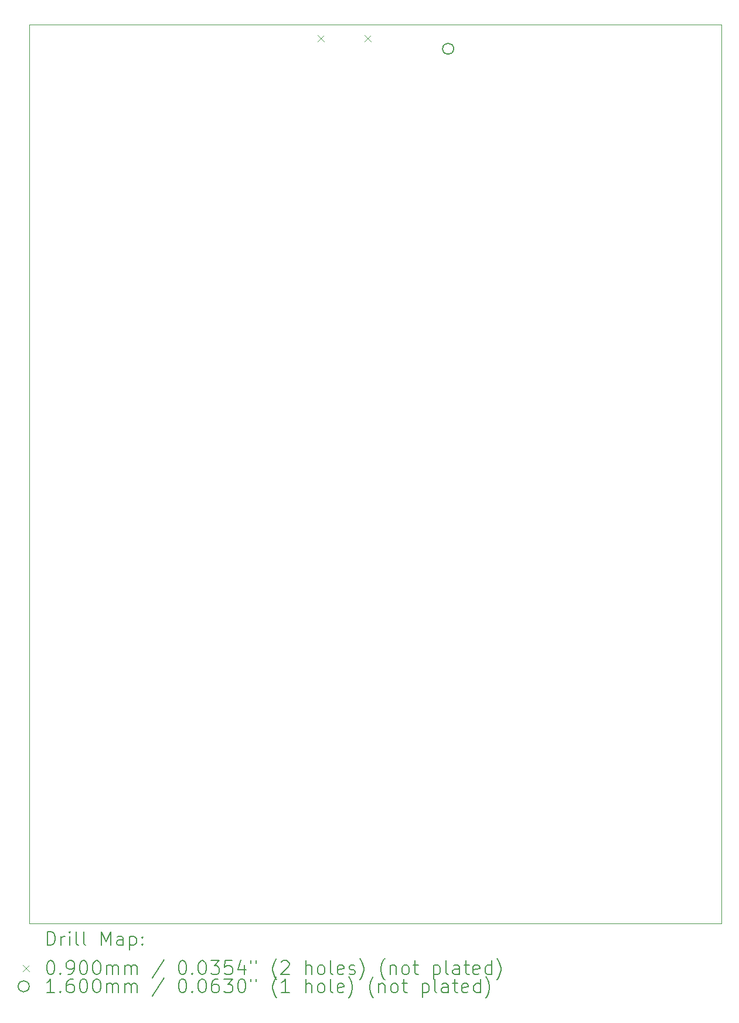
<source format=gbr>
%TF.GenerationSoftware,KiCad,Pcbnew,8.0.2*%
%TF.CreationDate,2024-05-15T00:29:23-07:00*%
%TF.ProjectId,Flying_Fader,466c7969-6e67-45f4-9661-6465722e6b69,1*%
%TF.SameCoordinates,Original*%
%TF.FileFunction,Drillmap*%
%TF.FilePolarity,Positive*%
%FSLAX45Y45*%
G04 Gerber Fmt 4.5, Leading zero omitted, Abs format (unit mm)*
G04 Created by KiCad (PCBNEW 8.0.2) date 2024-05-15 00:29:23*
%MOMM*%
%LPD*%
G01*
G04 APERTURE LIST*
%ADD10C,0.038100*%
%ADD11C,0.200000*%
%ADD12C,0.100000*%
%ADD13C,0.160000*%
G04 APERTURE END LIST*
D10*
X4000000Y-3550000D02*
X14000000Y-3550000D01*
X14000000Y-16550000D01*
X4000000Y-16550000D01*
X4000000Y-3550000D01*
D11*
D12*
X8165000Y-3705000D02*
X8255000Y-3795000D01*
X8255000Y-3705000D02*
X8165000Y-3795000D01*
X8845000Y-3705000D02*
X8935000Y-3795000D01*
X8935000Y-3705000D02*
X8845000Y-3795000D01*
D13*
X10130000Y-3900000D02*
G75*
G02*
X9970000Y-3900000I-80000J0D01*
G01*
X9970000Y-3900000D02*
G75*
G02*
X10130000Y-3900000I80000J0D01*
G01*
D11*
X4258872Y-16863389D02*
X4258872Y-16663389D01*
X4258872Y-16663389D02*
X4306491Y-16663389D01*
X4306491Y-16663389D02*
X4335062Y-16672913D01*
X4335062Y-16672913D02*
X4354110Y-16691960D01*
X4354110Y-16691960D02*
X4363634Y-16711008D01*
X4363634Y-16711008D02*
X4373158Y-16749103D01*
X4373158Y-16749103D02*
X4373158Y-16777675D01*
X4373158Y-16777675D02*
X4363634Y-16815770D01*
X4363634Y-16815770D02*
X4354110Y-16834817D01*
X4354110Y-16834817D02*
X4335062Y-16853865D01*
X4335062Y-16853865D02*
X4306491Y-16863389D01*
X4306491Y-16863389D02*
X4258872Y-16863389D01*
X4458872Y-16863389D02*
X4458872Y-16730055D01*
X4458872Y-16768151D02*
X4468396Y-16749103D01*
X4468396Y-16749103D02*
X4477919Y-16739579D01*
X4477919Y-16739579D02*
X4496967Y-16730055D01*
X4496967Y-16730055D02*
X4516015Y-16730055D01*
X4582681Y-16863389D02*
X4582681Y-16730055D01*
X4582681Y-16663389D02*
X4573158Y-16672913D01*
X4573158Y-16672913D02*
X4582681Y-16682436D01*
X4582681Y-16682436D02*
X4592205Y-16672913D01*
X4592205Y-16672913D02*
X4582681Y-16663389D01*
X4582681Y-16663389D02*
X4582681Y-16682436D01*
X4706491Y-16863389D02*
X4687443Y-16853865D01*
X4687443Y-16853865D02*
X4677919Y-16834817D01*
X4677919Y-16834817D02*
X4677919Y-16663389D01*
X4811253Y-16863389D02*
X4792205Y-16853865D01*
X4792205Y-16853865D02*
X4782681Y-16834817D01*
X4782681Y-16834817D02*
X4782681Y-16663389D01*
X5039824Y-16863389D02*
X5039824Y-16663389D01*
X5039824Y-16663389D02*
X5106491Y-16806246D01*
X5106491Y-16806246D02*
X5173158Y-16663389D01*
X5173158Y-16663389D02*
X5173158Y-16863389D01*
X5354110Y-16863389D02*
X5354110Y-16758627D01*
X5354110Y-16758627D02*
X5344586Y-16739579D01*
X5344586Y-16739579D02*
X5325539Y-16730055D01*
X5325539Y-16730055D02*
X5287443Y-16730055D01*
X5287443Y-16730055D02*
X5268396Y-16739579D01*
X5354110Y-16853865D02*
X5335062Y-16863389D01*
X5335062Y-16863389D02*
X5287443Y-16863389D01*
X5287443Y-16863389D02*
X5268396Y-16853865D01*
X5268396Y-16853865D02*
X5258872Y-16834817D01*
X5258872Y-16834817D02*
X5258872Y-16815770D01*
X5258872Y-16815770D02*
X5268396Y-16796722D01*
X5268396Y-16796722D02*
X5287443Y-16787198D01*
X5287443Y-16787198D02*
X5335062Y-16787198D01*
X5335062Y-16787198D02*
X5354110Y-16777675D01*
X5449348Y-16730055D02*
X5449348Y-16930055D01*
X5449348Y-16739579D02*
X5468396Y-16730055D01*
X5468396Y-16730055D02*
X5506491Y-16730055D01*
X5506491Y-16730055D02*
X5525539Y-16739579D01*
X5525539Y-16739579D02*
X5535062Y-16749103D01*
X5535062Y-16749103D02*
X5544586Y-16768151D01*
X5544586Y-16768151D02*
X5544586Y-16825294D01*
X5544586Y-16825294D02*
X5535062Y-16844341D01*
X5535062Y-16844341D02*
X5525539Y-16853865D01*
X5525539Y-16853865D02*
X5506491Y-16863389D01*
X5506491Y-16863389D02*
X5468396Y-16863389D01*
X5468396Y-16863389D02*
X5449348Y-16853865D01*
X5630300Y-16844341D02*
X5639824Y-16853865D01*
X5639824Y-16853865D02*
X5630300Y-16863389D01*
X5630300Y-16863389D02*
X5620777Y-16853865D01*
X5620777Y-16853865D02*
X5630300Y-16844341D01*
X5630300Y-16844341D02*
X5630300Y-16863389D01*
X5630300Y-16739579D02*
X5639824Y-16749103D01*
X5639824Y-16749103D02*
X5630300Y-16758627D01*
X5630300Y-16758627D02*
X5620777Y-16749103D01*
X5620777Y-16749103D02*
X5630300Y-16739579D01*
X5630300Y-16739579D02*
X5630300Y-16758627D01*
D12*
X3908095Y-17146905D02*
X3998095Y-17236905D01*
X3998095Y-17146905D02*
X3908095Y-17236905D01*
D11*
X4296967Y-17083389D02*
X4316015Y-17083389D01*
X4316015Y-17083389D02*
X4335062Y-17092913D01*
X4335062Y-17092913D02*
X4344586Y-17102436D01*
X4344586Y-17102436D02*
X4354110Y-17121484D01*
X4354110Y-17121484D02*
X4363634Y-17159579D01*
X4363634Y-17159579D02*
X4363634Y-17207198D01*
X4363634Y-17207198D02*
X4354110Y-17245294D01*
X4354110Y-17245294D02*
X4344586Y-17264341D01*
X4344586Y-17264341D02*
X4335062Y-17273865D01*
X4335062Y-17273865D02*
X4316015Y-17283389D01*
X4316015Y-17283389D02*
X4296967Y-17283389D01*
X4296967Y-17283389D02*
X4277919Y-17273865D01*
X4277919Y-17273865D02*
X4268396Y-17264341D01*
X4268396Y-17264341D02*
X4258872Y-17245294D01*
X4258872Y-17245294D02*
X4249348Y-17207198D01*
X4249348Y-17207198D02*
X4249348Y-17159579D01*
X4249348Y-17159579D02*
X4258872Y-17121484D01*
X4258872Y-17121484D02*
X4268396Y-17102436D01*
X4268396Y-17102436D02*
X4277919Y-17092913D01*
X4277919Y-17092913D02*
X4296967Y-17083389D01*
X4449348Y-17264341D02*
X4458872Y-17273865D01*
X4458872Y-17273865D02*
X4449348Y-17283389D01*
X4449348Y-17283389D02*
X4439824Y-17273865D01*
X4439824Y-17273865D02*
X4449348Y-17264341D01*
X4449348Y-17264341D02*
X4449348Y-17283389D01*
X4554110Y-17283389D02*
X4592205Y-17283389D01*
X4592205Y-17283389D02*
X4611253Y-17273865D01*
X4611253Y-17273865D02*
X4620777Y-17264341D01*
X4620777Y-17264341D02*
X4639824Y-17235770D01*
X4639824Y-17235770D02*
X4649348Y-17197675D01*
X4649348Y-17197675D02*
X4649348Y-17121484D01*
X4649348Y-17121484D02*
X4639824Y-17102436D01*
X4639824Y-17102436D02*
X4630300Y-17092913D01*
X4630300Y-17092913D02*
X4611253Y-17083389D01*
X4611253Y-17083389D02*
X4573158Y-17083389D01*
X4573158Y-17083389D02*
X4554110Y-17092913D01*
X4554110Y-17092913D02*
X4544586Y-17102436D01*
X4544586Y-17102436D02*
X4535062Y-17121484D01*
X4535062Y-17121484D02*
X4535062Y-17169103D01*
X4535062Y-17169103D02*
X4544586Y-17188151D01*
X4544586Y-17188151D02*
X4554110Y-17197675D01*
X4554110Y-17197675D02*
X4573158Y-17207198D01*
X4573158Y-17207198D02*
X4611253Y-17207198D01*
X4611253Y-17207198D02*
X4630300Y-17197675D01*
X4630300Y-17197675D02*
X4639824Y-17188151D01*
X4639824Y-17188151D02*
X4649348Y-17169103D01*
X4773158Y-17083389D02*
X4792205Y-17083389D01*
X4792205Y-17083389D02*
X4811253Y-17092913D01*
X4811253Y-17092913D02*
X4820777Y-17102436D01*
X4820777Y-17102436D02*
X4830300Y-17121484D01*
X4830300Y-17121484D02*
X4839824Y-17159579D01*
X4839824Y-17159579D02*
X4839824Y-17207198D01*
X4839824Y-17207198D02*
X4830300Y-17245294D01*
X4830300Y-17245294D02*
X4820777Y-17264341D01*
X4820777Y-17264341D02*
X4811253Y-17273865D01*
X4811253Y-17273865D02*
X4792205Y-17283389D01*
X4792205Y-17283389D02*
X4773158Y-17283389D01*
X4773158Y-17283389D02*
X4754110Y-17273865D01*
X4754110Y-17273865D02*
X4744586Y-17264341D01*
X4744586Y-17264341D02*
X4735062Y-17245294D01*
X4735062Y-17245294D02*
X4725539Y-17207198D01*
X4725539Y-17207198D02*
X4725539Y-17159579D01*
X4725539Y-17159579D02*
X4735062Y-17121484D01*
X4735062Y-17121484D02*
X4744586Y-17102436D01*
X4744586Y-17102436D02*
X4754110Y-17092913D01*
X4754110Y-17092913D02*
X4773158Y-17083389D01*
X4963634Y-17083389D02*
X4982681Y-17083389D01*
X4982681Y-17083389D02*
X5001729Y-17092913D01*
X5001729Y-17092913D02*
X5011253Y-17102436D01*
X5011253Y-17102436D02*
X5020777Y-17121484D01*
X5020777Y-17121484D02*
X5030300Y-17159579D01*
X5030300Y-17159579D02*
X5030300Y-17207198D01*
X5030300Y-17207198D02*
X5020777Y-17245294D01*
X5020777Y-17245294D02*
X5011253Y-17264341D01*
X5011253Y-17264341D02*
X5001729Y-17273865D01*
X5001729Y-17273865D02*
X4982681Y-17283389D01*
X4982681Y-17283389D02*
X4963634Y-17283389D01*
X4963634Y-17283389D02*
X4944586Y-17273865D01*
X4944586Y-17273865D02*
X4935062Y-17264341D01*
X4935062Y-17264341D02*
X4925539Y-17245294D01*
X4925539Y-17245294D02*
X4916015Y-17207198D01*
X4916015Y-17207198D02*
X4916015Y-17159579D01*
X4916015Y-17159579D02*
X4925539Y-17121484D01*
X4925539Y-17121484D02*
X4935062Y-17102436D01*
X4935062Y-17102436D02*
X4944586Y-17092913D01*
X4944586Y-17092913D02*
X4963634Y-17083389D01*
X5116015Y-17283389D02*
X5116015Y-17150055D01*
X5116015Y-17169103D02*
X5125539Y-17159579D01*
X5125539Y-17159579D02*
X5144586Y-17150055D01*
X5144586Y-17150055D02*
X5173158Y-17150055D01*
X5173158Y-17150055D02*
X5192205Y-17159579D01*
X5192205Y-17159579D02*
X5201729Y-17178627D01*
X5201729Y-17178627D02*
X5201729Y-17283389D01*
X5201729Y-17178627D02*
X5211253Y-17159579D01*
X5211253Y-17159579D02*
X5230300Y-17150055D01*
X5230300Y-17150055D02*
X5258872Y-17150055D01*
X5258872Y-17150055D02*
X5277920Y-17159579D01*
X5277920Y-17159579D02*
X5287443Y-17178627D01*
X5287443Y-17178627D02*
X5287443Y-17283389D01*
X5382681Y-17283389D02*
X5382681Y-17150055D01*
X5382681Y-17169103D02*
X5392205Y-17159579D01*
X5392205Y-17159579D02*
X5411253Y-17150055D01*
X5411253Y-17150055D02*
X5439824Y-17150055D01*
X5439824Y-17150055D02*
X5458872Y-17159579D01*
X5458872Y-17159579D02*
X5468396Y-17178627D01*
X5468396Y-17178627D02*
X5468396Y-17283389D01*
X5468396Y-17178627D02*
X5477920Y-17159579D01*
X5477920Y-17159579D02*
X5496967Y-17150055D01*
X5496967Y-17150055D02*
X5525539Y-17150055D01*
X5525539Y-17150055D02*
X5544586Y-17159579D01*
X5544586Y-17159579D02*
X5554110Y-17178627D01*
X5554110Y-17178627D02*
X5554110Y-17283389D01*
X5944586Y-17073865D02*
X5773158Y-17331008D01*
X6201729Y-17083389D02*
X6220777Y-17083389D01*
X6220777Y-17083389D02*
X6239824Y-17092913D01*
X6239824Y-17092913D02*
X6249348Y-17102436D01*
X6249348Y-17102436D02*
X6258872Y-17121484D01*
X6258872Y-17121484D02*
X6268396Y-17159579D01*
X6268396Y-17159579D02*
X6268396Y-17207198D01*
X6268396Y-17207198D02*
X6258872Y-17245294D01*
X6258872Y-17245294D02*
X6249348Y-17264341D01*
X6249348Y-17264341D02*
X6239824Y-17273865D01*
X6239824Y-17273865D02*
X6220777Y-17283389D01*
X6220777Y-17283389D02*
X6201729Y-17283389D01*
X6201729Y-17283389D02*
X6182681Y-17273865D01*
X6182681Y-17273865D02*
X6173158Y-17264341D01*
X6173158Y-17264341D02*
X6163634Y-17245294D01*
X6163634Y-17245294D02*
X6154110Y-17207198D01*
X6154110Y-17207198D02*
X6154110Y-17159579D01*
X6154110Y-17159579D02*
X6163634Y-17121484D01*
X6163634Y-17121484D02*
X6173158Y-17102436D01*
X6173158Y-17102436D02*
X6182681Y-17092913D01*
X6182681Y-17092913D02*
X6201729Y-17083389D01*
X6354110Y-17264341D02*
X6363634Y-17273865D01*
X6363634Y-17273865D02*
X6354110Y-17283389D01*
X6354110Y-17283389D02*
X6344586Y-17273865D01*
X6344586Y-17273865D02*
X6354110Y-17264341D01*
X6354110Y-17264341D02*
X6354110Y-17283389D01*
X6487443Y-17083389D02*
X6506491Y-17083389D01*
X6506491Y-17083389D02*
X6525539Y-17092913D01*
X6525539Y-17092913D02*
X6535062Y-17102436D01*
X6535062Y-17102436D02*
X6544586Y-17121484D01*
X6544586Y-17121484D02*
X6554110Y-17159579D01*
X6554110Y-17159579D02*
X6554110Y-17207198D01*
X6554110Y-17207198D02*
X6544586Y-17245294D01*
X6544586Y-17245294D02*
X6535062Y-17264341D01*
X6535062Y-17264341D02*
X6525539Y-17273865D01*
X6525539Y-17273865D02*
X6506491Y-17283389D01*
X6506491Y-17283389D02*
X6487443Y-17283389D01*
X6487443Y-17283389D02*
X6468396Y-17273865D01*
X6468396Y-17273865D02*
X6458872Y-17264341D01*
X6458872Y-17264341D02*
X6449348Y-17245294D01*
X6449348Y-17245294D02*
X6439824Y-17207198D01*
X6439824Y-17207198D02*
X6439824Y-17159579D01*
X6439824Y-17159579D02*
X6449348Y-17121484D01*
X6449348Y-17121484D02*
X6458872Y-17102436D01*
X6458872Y-17102436D02*
X6468396Y-17092913D01*
X6468396Y-17092913D02*
X6487443Y-17083389D01*
X6620777Y-17083389D02*
X6744586Y-17083389D01*
X6744586Y-17083389D02*
X6677920Y-17159579D01*
X6677920Y-17159579D02*
X6706491Y-17159579D01*
X6706491Y-17159579D02*
X6725539Y-17169103D01*
X6725539Y-17169103D02*
X6735062Y-17178627D01*
X6735062Y-17178627D02*
X6744586Y-17197675D01*
X6744586Y-17197675D02*
X6744586Y-17245294D01*
X6744586Y-17245294D02*
X6735062Y-17264341D01*
X6735062Y-17264341D02*
X6725539Y-17273865D01*
X6725539Y-17273865D02*
X6706491Y-17283389D01*
X6706491Y-17283389D02*
X6649348Y-17283389D01*
X6649348Y-17283389D02*
X6630301Y-17273865D01*
X6630301Y-17273865D02*
X6620777Y-17264341D01*
X6925539Y-17083389D02*
X6830301Y-17083389D01*
X6830301Y-17083389D02*
X6820777Y-17178627D01*
X6820777Y-17178627D02*
X6830301Y-17169103D01*
X6830301Y-17169103D02*
X6849348Y-17159579D01*
X6849348Y-17159579D02*
X6896967Y-17159579D01*
X6896967Y-17159579D02*
X6916015Y-17169103D01*
X6916015Y-17169103D02*
X6925539Y-17178627D01*
X6925539Y-17178627D02*
X6935062Y-17197675D01*
X6935062Y-17197675D02*
X6935062Y-17245294D01*
X6935062Y-17245294D02*
X6925539Y-17264341D01*
X6925539Y-17264341D02*
X6916015Y-17273865D01*
X6916015Y-17273865D02*
X6896967Y-17283389D01*
X6896967Y-17283389D02*
X6849348Y-17283389D01*
X6849348Y-17283389D02*
X6830301Y-17273865D01*
X6830301Y-17273865D02*
X6820777Y-17264341D01*
X7106491Y-17150055D02*
X7106491Y-17283389D01*
X7058872Y-17073865D02*
X7011253Y-17216722D01*
X7011253Y-17216722D02*
X7135062Y-17216722D01*
X7201729Y-17083389D02*
X7201729Y-17121484D01*
X7277920Y-17083389D02*
X7277920Y-17121484D01*
X7573158Y-17359579D02*
X7563634Y-17350055D01*
X7563634Y-17350055D02*
X7544586Y-17321484D01*
X7544586Y-17321484D02*
X7535063Y-17302436D01*
X7535063Y-17302436D02*
X7525539Y-17273865D01*
X7525539Y-17273865D02*
X7516015Y-17226246D01*
X7516015Y-17226246D02*
X7516015Y-17188151D01*
X7516015Y-17188151D02*
X7525539Y-17140532D01*
X7525539Y-17140532D02*
X7535063Y-17111960D01*
X7535063Y-17111960D02*
X7544586Y-17092913D01*
X7544586Y-17092913D02*
X7563634Y-17064341D01*
X7563634Y-17064341D02*
X7573158Y-17054817D01*
X7639824Y-17102436D02*
X7649348Y-17092913D01*
X7649348Y-17092913D02*
X7668396Y-17083389D01*
X7668396Y-17083389D02*
X7716015Y-17083389D01*
X7716015Y-17083389D02*
X7735063Y-17092913D01*
X7735063Y-17092913D02*
X7744586Y-17102436D01*
X7744586Y-17102436D02*
X7754110Y-17121484D01*
X7754110Y-17121484D02*
X7754110Y-17140532D01*
X7754110Y-17140532D02*
X7744586Y-17169103D01*
X7744586Y-17169103D02*
X7630301Y-17283389D01*
X7630301Y-17283389D02*
X7754110Y-17283389D01*
X7992205Y-17283389D02*
X7992205Y-17083389D01*
X8077920Y-17283389D02*
X8077920Y-17178627D01*
X8077920Y-17178627D02*
X8068396Y-17159579D01*
X8068396Y-17159579D02*
X8049348Y-17150055D01*
X8049348Y-17150055D02*
X8020777Y-17150055D01*
X8020777Y-17150055D02*
X8001729Y-17159579D01*
X8001729Y-17159579D02*
X7992205Y-17169103D01*
X8201729Y-17283389D02*
X8182682Y-17273865D01*
X8182682Y-17273865D02*
X8173158Y-17264341D01*
X8173158Y-17264341D02*
X8163634Y-17245294D01*
X8163634Y-17245294D02*
X8163634Y-17188151D01*
X8163634Y-17188151D02*
X8173158Y-17169103D01*
X8173158Y-17169103D02*
X8182682Y-17159579D01*
X8182682Y-17159579D02*
X8201729Y-17150055D01*
X8201729Y-17150055D02*
X8230301Y-17150055D01*
X8230301Y-17150055D02*
X8249348Y-17159579D01*
X8249348Y-17159579D02*
X8258872Y-17169103D01*
X8258872Y-17169103D02*
X8268396Y-17188151D01*
X8268396Y-17188151D02*
X8268396Y-17245294D01*
X8268396Y-17245294D02*
X8258872Y-17264341D01*
X8258872Y-17264341D02*
X8249348Y-17273865D01*
X8249348Y-17273865D02*
X8230301Y-17283389D01*
X8230301Y-17283389D02*
X8201729Y-17283389D01*
X8382682Y-17283389D02*
X8363634Y-17273865D01*
X8363634Y-17273865D02*
X8354110Y-17254817D01*
X8354110Y-17254817D02*
X8354110Y-17083389D01*
X8535063Y-17273865D02*
X8516015Y-17283389D01*
X8516015Y-17283389D02*
X8477920Y-17283389D01*
X8477920Y-17283389D02*
X8458872Y-17273865D01*
X8458872Y-17273865D02*
X8449348Y-17254817D01*
X8449348Y-17254817D02*
X8449348Y-17178627D01*
X8449348Y-17178627D02*
X8458872Y-17159579D01*
X8458872Y-17159579D02*
X8477920Y-17150055D01*
X8477920Y-17150055D02*
X8516015Y-17150055D01*
X8516015Y-17150055D02*
X8535063Y-17159579D01*
X8535063Y-17159579D02*
X8544587Y-17178627D01*
X8544587Y-17178627D02*
X8544587Y-17197675D01*
X8544587Y-17197675D02*
X8449348Y-17216722D01*
X8620777Y-17273865D02*
X8639825Y-17283389D01*
X8639825Y-17283389D02*
X8677920Y-17283389D01*
X8677920Y-17283389D02*
X8696968Y-17273865D01*
X8696968Y-17273865D02*
X8706491Y-17254817D01*
X8706491Y-17254817D02*
X8706491Y-17245294D01*
X8706491Y-17245294D02*
X8696968Y-17226246D01*
X8696968Y-17226246D02*
X8677920Y-17216722D01*
X8677920Y-17216722D02*
X8649348Y-17216722D01*
X8649348Y-17216722D02*
X8630301Y-17207198D01*
X8630301Y-17207198D02*
X8620777Y-17188151D01*
X8620777Y-17188151D02*
X8620777Y-17178627D01*
X8620777Y-17178627D02*
X8630301Y-17159579D01*
X8630301Y-17159579D02*
X8649348Y-17150055D01*
X8649348Y-17150055D02*
X8677920Y-17150055D01*
X8677920Y-17150055D02*
X8696968Y-17159579D01*
X8773158Y-17359579D02*
X8782682Y-17350055D01*
X8782682Y-17350055D02*
X8801729Y-17321484D01*
X8801729Y-17321484D02*
X8811253Y-17302436D01*
X8811253Y-17302436D02*
X8820777Y-17273865D01*
X8820777Y-17273865D02*
X8830301Y-17226246D01*
X8830301Y-17226246D02*
X8830301Y-17188151D01*
X8830301Y-17188151D02*
X8820777Y-17140532D01*
X8820777Y-17140532D02*
X8811253Y-17111960D01*
X8811253Y-17111960D02*
X8801729Y-17092913D01*
X8801729Y-17092913D02*
X8782682Y-17064341D01*
X8782682Y-17064341D02*
X8773158Y-17054817D01*
X9135063Y-17359579D02*
X9125539Y-17350055D01*
X9125539Y-17350055D02*
X9106491Y-17321484D01*
X9106491Y-17321484D02*
X9096968Y-17302436D01*
X9096968Y-17302436D02*
X9087444Y-17273865D01*
X9087444Y-17273865D02*
X9077920Y-17226246D01*
X9077920Y-17226246D02*
X9077920Y-17188151D01*
X9077920Y-17188151D02*
X9087444Y-17140532D01*
X9087444Y-17140532D02*
X9096968Y-17111960D01*
X9096968Y-17111960D02*
X9106491Y-17092913D01*
X9106491Y-17092913D02*
X9125539Y-17064341D01*
X9125539Y-17064341D02*
X9135063Y-17054817D01*
X9211253Y-17150055D02*
X9211253Y-17283389D01*
X9211253Y-17169103D02*
X9220777Y-17159579D01*
X9220777Y-17159579D02*
X9239825Y-17150055D01*
X9239825Y-17150055D02*
X9268396Y-17150055D01*
X9268396Y-17150055D02*
X9287444Y-17159579D01*
X9287444Y-17159579D02*
X9296968Y-17178627D01*
X9296968Y-17178627D02*
X9296968Y-17283389D01*
X9420777Y-17283389D02*
X9401729Y-17273865D01*
X9401729Y-17273865D02*
X9392206Y-17264341D01*
X9392206Y-17264341D02*
X9382682Y-17245294D01*
X9382682Y-17245294D02*
X9382682Y-17188151D01*
X9382682Y-17188151D02*
X9392206Y-17169103D01*
X9392206Y-17169103D02*
X9401729Y-17159579D01*
X9401729Y-17159579D02*
X9420777Y-17150055D01*
X9420777Y-17150055D02*
X9449349Y-17150055D01*
X9449349Y-17150055D02*
X9468396Y-17159579D01*
X9468396Y-17159579D02*
X9477920Y-17169103D01*
X9477920Y-17169103D02*
X9487444Y-17188151D01*
X9487444Y-17188151D02*
X9487444Y-17245294D01*
X9487444Y-17245294D02*
X9477920Y-17264341D01*
X9477920Y-17264341D02*
X9468396Y-17273865D01*
X9468396Y-17273865D02*
X9449349Y-17283389D01*
X9449349Y-17283389D02*
X9420777Y-17283389D01*
X9544587Y-17150055D02*
X9620777Y-17150055D01*
X9573158Y-17083389D02*
X9573158Y-17254817D01*
X9573158Y-17254817D02*
X9582682Y-17273865D01*
X9582682Y-17273865D02*
X9601729Y-17283389D01*
X9601729Y-17283389D02*
X9620777Y-17283389D01*
X9839825Y-17150055D02*
X9839825Y-17350055D01*
X9839825Y-17159579D02*
X9858872Y-17150055D01*
X9858872Y-17150055D02*
X9896968Y-17150055D01*
X9896968Y-17150055D02*
X9916015Y-17159579D01*
X9916015Y-17159579D02*
X9925539Y-17169103D01*
X9925539Y-17169103D02*
X9935063Y-17188151D01*
X9935063Y-17188151D02*
X9935063Y-17245294D01*
X9935063Y-17245294D02*
X9925539Y-17264341D01*
X9925539Y-17264341D02*
X9916015Y-17273865D01*
X9916015Y-17273865D02*
X9896968Y-17283389D01*
X9896968Y-17283389D02*
X9858872Y-17283389D01*
X9858872Y-17283389D02*
X9839825Y-17273865D01*
X10049349Y-17283389D02*
X10030301Y-17273865D01*
X10030301Y-17273865D02*
X10020777Y-17254817D01*
X10020777Y-17254817D02*
X10020777Y-17083389D01*
X10211253Y-17283389D02*
X10211253Y-17178627D01*
X10211253Y-17178627D02*
X10201730Y-17159579D01*
X10201730Y-17159579D02*
X10182682Y-17150055D01*
X10182682Y-17150055D02*
X10144587Y-17150055D01*
X10144587Y-17150055D02*
X10125539Y-17159579D01*
X10211253Y-17273865D02*
X10192206Y-17283389D01*
X10192206Y-17283389D02*
X10144587Y-17283389D01*
X10144587Y-17283389D02*
X10125539Y-17273865D01*
X10125539Y-17273865D02*
X10116015Y-17254817D01*
X10116015Y-17254817D02*
X10116015Y-17235770D01*
X10116015Y-17235770D02*
X10125539Y-17216722D01*
X10125539Y-17216722D02*
X10144587Y-17207198D01*
X10144587Y-17207198D02*
X10192206Y-17207198D01*
X10192206Y-17207198D02*
X10211253Y-17197675D01*
X10277920Y-17150055D02*
X10354110Y-17150055D01*
X10306491Y-17083389D02*
X10306491Y-17254817D01*
X10306491Y-17254817D02*
X10316015Y-17273865D01*
X10316015Y-17273865D02*
X10335063Y-17283389D01*
X10335063Y-17283389D02*
X10354110Y-17283389D01*
X10496968Y-17273865D02*
X10477920Y-17283389D01*
X10477920Y-17283389D02*
X10439825Y-17283389D01*
X10439825Y-17283389D02*
X10420777Y-17273865D01*
X10420777Y-17273865D02*
X10411253Y-17254817D01*
X10411253Y-17254817D02*
X10411253Y-17178627D01*
X10411253Y-17178627D02*
X10420777Y-17159579D01*
X10420777Y-17159579D02*
X10439825Y-17150055D01*
X10439825Y-17150055D02*
X10477920Y-17150055D01*
X10477920Y-17150055D02*
X10496968Y-17159579D01*
X10496968Y-17159579D02*
X10506491Y-17178627D01*
X10506491Y-17178627D02*
X10506491Y-17197675D01*
X10506491Y-17197675D02*
X10411253Y-17216722D01*
X10677920Y-17283389D02*
X10677920Y-17083389D01*
X10677920Y-17273865D02*
X10658872Y-17283389D01*
X10658872Y-17283389D02*
X10620777Y-17283389D01*
X10620777Y-17283389D02*
X10601730Y-17273865D01*
X10601730Y-17273865D02*
X10592206Y-17264341D01*
X10592206Y-17264341D02*
X10582682Y-17245294D01*
X10582682Y-17245294D02*
X10582682Y-17188151D01*
X10582682Y-17188151D02*
X10592206Y-17169103D01*
X10592206Y-17169103D02*
X10601730Y-17159579D01*
X10601730Y-17159579D02*
X10620777Y-17150055D01*
X10620777Y-17150055D02*
X10658872Y-17150055D01*
X10658872Y-17150055D02*
X10677920Y-17159579D01*
X10754111Y-17359579D02*
X10763634Y-17350055D01*
X10763634Y-17350055D02*
X10782682Y-17321484D01*
X10782682Y-17321484D02*
X10792206Y-17302436D01*
X10792206Y-17302436D02*
X10801730Y-17273865D01*
X10801730Y-17273865D02*
X10811253Y-17226246D01*
X10811253Y-17226246D02*
X10811253Y-17188151D01*
X10811253Y-17188151D02*
X10801730Y-17140532D01*
X10801730Y-17140532D02*
X10792206Y-17111960D01*
X10792206Y-17111960D02*
X10782682Y-17092913D01*
X10782682Y-17092913D02*
X10763634Y-17064341D01*
X10763634Y-17064341D02*
X10754111Y-17054817D01*
D13*
X3998095Y-17455905D02*
G75*
G02*
X3838095Y-17455905I-80000J0D01*
G01*
X3838095Y-17455905D02*
G75*
G02*
X3998095Y-17455905I80000J0D01*
G01*
D11*
X4363634Y-17547389D02*
X4249348Y-17547389D01*
X4306491Y-17547389D02*
X4306491Y-17347389D01*
X4306491Y-17347389D02*
X4287443Y-17375960D01*
X4287443Y-17375960D02*
X4268396Y-17395008D01*
X4268396Y-17395008D02*
X4249348Y-17404532D01*
X4449348Y-17528341D02*
X4458872Y-17537865D01*
X4458872Y-17537865D02*
X4449348Y-17547389D01*
X4449348Y-17547389D02*
X4439824Y-17537865D01*
X4439824Y-17537865D02*
X4449348Y-17528341D01*
X4449348Y-17528341D02*
X4449348Y-17547389D01*
X4630300Y-17347389D02*
X4592205Y-17347389D01*
X4592205Y-17347389D02*
X4573158Y-17356913D01*
X4573158Y-17356913D02*
X4563634Y-17366436D01*
X4563634Y-17366436D02*
X4544586Y-17395008D01*
X4544586Y-17395008D02*
X4535062Y-17433103D01*
X4535062Y-17433103D02*
X4535062Y-17509294D01*
X4535062Y-17509294D02*
X4544586Y-17528341D01*
X4544586Y-17528341D02*
X4554110Y-17537865D01*
X4554110Y-17537865D02*
X4573158Y-17547389D01*
X4573158Y-17547389D02*
X4611253Y-17547389D01*
X4611253Y-17547389D02*
X4630300Y-17537865D01*
X4630300Y-17537865D02*
X4639824Y-17528341D01*
X4639824Y-17528341D02*
X4649348Y-17509294D01*
X4649348Y-17509294D02*
X4649348Y-17461675D01*
X4649348Y-17461675D02*
X4639824Y-17442627D01*
X4639824Y-17442627D02*
X4630300Y-17433103D01*
X4630300Y-17433103D02*
X4611253Y-17423579D01*
X4611253Y-17423579D02*
X4573158Y-17423579D01*
X4573158Y-17423579D02*
X4554110Y-17433103D01*
X4554110Y-17433103D02*
X4544586Y-17442627D01*
X4544586Y-17442627D02*
X4535062Y-17461675D01*
X4773158Y-17347389D02*
X4792205Y-17347389D01*
X4792205Y-17347389D02*
X4811253Y-17356913D01*
X4811253Y-17356913D02*
X4820777Y-17366436D01*
X4820777Y-17366436D02*
X4830300Y-17385484D01*
X4830300Y-17385484D02*
X4839824Y-17423579D01*
X4839824Y-17423579D02*
X4839824Y-17471198D01*
X4839824Y-17471198D02*
X4830300Y-17509294D01*
X4830300Y-17509294D02*
X4820777Y-17528341D01*
X4820777Y-17528341D02*
X4811253Y-17537865D01*
X4811253Y-17537865D02*
X4792205Y-17547389D01*
X4792205Y-17547389D02*
X4773158Y-17547389D01*
X4773158Y-17547389D02*
X4754110Y-17537865D01*
X4754110Y-17537865D02*
X4744586Y-17528341D01*
X4744586Y-17528341D02*
X4735062Y-17509294D01*
X4735062Y-17509294D02*
X4725539Y-17471198D01*
X4725539Y-17471198D02*
X4725539Y-17423579D01*
X4725539Y-17423579D02*
X4735062Y-17385484D01*
X4735062Y-17385484D02*
X4744586Y-17366436D01*
X4744586Y-17366436D02*
X4754110Y-17356913D01*
X4754110Y-17356913D02*
X4773158Y-17347389D01*
X4963634Y-17347389D02*
X4982681Y-17347389D01*
X4982681Y-17347389D02*
X5001729Y-17356913D01*
X5001729Y-17356913D02*
X5011253Y-17366436D01*
X5011253Y-17366436D02*
X5020777Y-17385484D01*
X5020777Y-17385484D02*
X5030300Y-17423579D01*
X5030300Y-17423579D02*
X5030300Y-17471198D01*
X5030300Y-17471198D02*
X5020777Y-17509294D01*
X5020777Y-17509294D02*
X5011253Y-17528341D01*
X5011253Y-17528341D02*
X5001729Y-17537865D01*
X5001729Y-17537865D02*
X4982681Y-17547389D01*
X4982681Y-17547389D02*
X4963634Y-17547389D01*
X4963634Y-17547389D02*
X4944586Y-17537865D01*
X4944586Y-17537865D02*
X4935062Y-17528341D01*
X4935062Y-17528341D02*
X4925539Y-17509294D01*
X4925539Y-17509294D02*
X4916015Y-17471198D01*
X4916015Y-17471198D02*
X4916015Y-17423579D01*
X4916015Y-17423579D02*
X4925539Y-17385484D01*
X4925539Y-17385484D02*
X4935062Y-17366436D01*
X4935062Y-17366436D02*
X4944586Y-17356913D01*
X4944586Y-17356913D02*
X4963634Y-17347389D01*
X5116015Y-17547389D02*
X5116015Y-17414055D01*
X5116015Y-17433103D02*
X5125539Y-17423579D01*
X5125539Y-17423579D02*
X5144586Y-17414055D01*
X5144586Y-17414055D02*
X5173158Y-17414055D01*
X5173158Y-17414055D02*
X5192205Y-17423579D01*
X5192205Y-17423579D02*
X5201729Y-17442627D01*
X5201729Y-17442627D02*
X5201729Y-17547389D01*
X5201729Y-17442627D02*
X5211253Y-17423579D01*
X5211253Y-17423579D02*
X5230300Y-17414055D01*
X5230300Y-17414055D02*
X5258872Y-17414055D01*
X5258872Y-17414055D02*
X5277920Y-17423579D01*
X5277920Y-17423579D02*
X5287443Y-17442627D01*
X5287443Y-17442627D02*
X5287443Y-17547389D01*
X5382681Y-17547389D02*
X5382681Y-17414055D01*
X5382681Y-17433103D02*
X5392205Y-17423579D01*
X5392205Y-17423579D02*
X5411253Y-17414055D01*
X5411253Y-17414055D02*
X5439824Y-17414055D01*
X5439824Y-17414055D02*
X5458872Y-17423579D01*
X5458872Y-17423579D02*
X5468396Y-17442627D01*
X5468396Y-17442627D02*
X5468396Y-17547389D01*
X5468396Y-17442627D02*
X5477920Y-17423579D01*
X5477920Y-17423579D02*
X5496967Y-17414055D01*
X5496967Y-17414055D02*
X5525539Y-17414055D01*
X5525539Y-17414055D02*
X5544586Y-17423579D01*
X5544586Y-17423579D02*
X5554110Y-17442627D01*
X5554110Y-17442627D02*
X5554110Y-17547389D01*
X5944586Y-17337865D02*
X5773158Y-17595008D01*
X6201729Y-17347389D02*
X6220777Y-17347389D01*
X6220777Y-17347389D02*
X6239824Y-17356913D01*
X6239824Y-17356913D02*
X6249348Y-17366436D01*
X6249348Y-17366436D02*
X6258872Y-17385484D01*
X6258872Y-17385484D02*
X6268396Y-17423579D01*
X6268396Y-17423579D02*
X6268396Y-17471198D01*
X6268396Y-17471198D02*
X6258872Y-17509294D01*
X6258872Y-17509294D02*
X6249348Y-17528341D01*
X6249348Y-17528341D02*
X6239824Y-17537865D01*
X6239824Y-17537865D02*
X6220777Y-17547389D01*
X6220777Y-17547389D02*
X6201729Y-17547389D01*
X6201729Y-17547389D02*
X6182681Y-17537865D01*
X6182681Y-17537865D02*
X6173158Y-17528341D01*
X6173158Y-17528341D02*
X6163634Y-17509294D01*
X6163634Y-17509294D02*
X6154110Y-17471198D01*
X6154110Y-17471198D02*
X6154110Y-17423579D01*
X6154110Y-17423579D02*
X6163634Y-17385484D01*
X6163634Y-17385484D02*
X6173158Y-17366436D01*
X6173158Y-17366436D02*
X6182681Y-17356913D01*
X6182681Y-17356913D02*
X6201729Y-17347389D01*
X6354110Y-17528341D02*
X6363634Y-17537865D01*
X6363634Y-17537865D02*
X6354110Y-17547389D01*
X6354110Y-17547389D02*
X6344586Y-17537865D01*
X6344586Y-17537865D02*
X6354110Y-17528341D01*
X6354110Y-17528341D02*
X6354110Y-17547389D01*
X6487443Y-17347389D02*
X6506491Y-17347389D01*
X6506491Y-17347389D02*
X6525539Y-17356913D01*
X6525539Y-17356913D02*
X6535062Y-17366436D01*
X6535062Y-17366436D02*
X6544586Y-17385484D01*
X6544586Y-17385484D02*
X6554110Y-17423579D01*
X6554110Y-17423579D02*
X6554110Y-17471198D01*
X6554110Y-17471198D02*
X6544586Y-17509294D01*
X6544586Y-17509294D02*
X6535062Y-17528341D01*
X6535062Y-17528341D02*
X6525539Y-17537865D01*
X6525539Y-17537865D02*
X6506491Y-17547389D01*
X6506491Y-17547389D02*
X6487443Y-17547389D01*
X6487443Y-17547389D02*
X6468396Y-17537865D01*
X6468396Y-17537865D02*
X6458872Y-17528341D01*
X6458872Y-17528341D02*
X6449348Y-17509294D01*
X6449348Y-17509294D02*
X6439824Y-17471198D01*
X6439824Y-17471198D02*
X6439824Y-17423579D01*
X6439824Y-17423579D02*
X6449348Y-17385484D01*
X6449348Y-17385484D02*
X6458872Y-17366436D01*
X6458872Y-17366436D02*
X6468396Y-17356913D01*
X6468396Y-17356913D02*
X6487443Y-17347389D01*
X6725539Y-17347389D02*
X6687443Y-17347389D01*
X6687443Y-17347389D02*
X6668396Y-17356913D01*
X6668396Y-17356913D02*
X6658872Y-17366436D01*
X6658872Y-17366436D02*
X6639824Y-17395008D01*
X6639824Y-17395008D02*
X6630301Y-17433103D01*
X6630301Y-17433103D02*
X6630301Y-17509294D01*
X6630301Y-17509294D02*
X6639824Y-17528341D01*
X6639824Y-17528341D02*
X6649348Y-17537865D01*
X6649348Y-17537865D02*
X6668396Y-17547389D01*
X6668396Y-17547389D02*
X6706491Y-17547389D01*
X6706491Y-17547389D02*
X6725539Y-17537865D01*
X6725539Y-17537865D02*
X6735062Y-17528341D01*
X6735062Y-17528341D02*
X6744586Y-17509294D01*
X6744586Y-17509294D02*
X6744586Y-17461675D01*
X6744586Y-17461675D02*
X6735062Y-17442627D01*
X6735062Y-17442627D02*
X6725539Y-17433103D01*
X6725539Y-17433103D02*
X6706491Y-17423579D01*
X6706491Y-17423579D02*
X6668396Y-17423579D01*
X6668396Y-17423579D02*
X6649348Y-17433103D01*
X6649348Y-17433103D02*
X6639824Y-17442627D01*
X6639824Y-17442627D02*
X6630301Y-17461675D01*
X6811253Y-17347389D02*
X6935062Y-17347389D01*
X6935062Y-17347389D02*
X6868396Y-17423579D01*
X6868396Y-17423579D02*
X6896967Y-17423579D01*
X6896967Y-17423579D02*
X6916015Y-17433103D01*
X6916015Y-17433103D02*
X6925539Y-17442627D01*
X6925539Y-17442627D02*
X6935062Y-17461675D01*
X6935062Y-17461675D02*
X6935062Y-17509294D01*
X6935062Y-17509294D02*
X6925539Y-17528341D01*
X6925539Y-17528341D02*
X6916015Y-17537865D01*
X6916015Y-17537865D02*
X6896967Y-17547389D01*
X6896967Y-17547389D02*
X6839824Y-17547389D01*
X6839824Y-17547389D02*
X6820777Y-17537865D01*
X6820777Y-17537865D02*
X6811253Y-17528341D01*
X7058872Y-17347389D02*
X7077920Y-17347389D01*
X7077920Y-17347389D02*
X7096967Y-17356913D01*
X7096967Y-17356913D02*
X7106491Y-17366436D01*
X7106491Y-17366436D02*
X7116015Y-17385484D01*
X7116015Y-17385484D02*
X7125539Y-17423579D01*
X7125539Y-17423579D02*
X7125539Y-17471198D01*
X7125539Y-17471198D02*
X7116015Y-17509294D01*
X7116015Y-17509294D02*
X7106491Y-17528341D01*
X7106491Y-17528341D02*
X7096967Y-17537865D01*
X7096967Y-17537865D02*
X7077920Y-17547389D01*
X7077920Y-17547389D02*
X7058872Y-17547389D01*
X7058872Y-17547389D02*
X7039824Y-17537865D01*
X7039824Y-17537865D02*
X7030301Y-17528341D01*
X7030301Y-17528341D02*
X7020777Y-17509294D01*
X7020777Y-17509294D02*
X7011253Y-17471198D01*
X7011253Y-17471198D02*
X7011253Y-17423579D01*
X7011253Y-17423579D02*
X7020777Y-17385484D01*
X7020777Y-17385484D02*
X7030301Y-17366436D01*
X7030301Y-17366436D02*
X7039824Y-17356913D01*
X7039824Y-17356913D02*
X7058872Y-17347389D01*
X7201729Y-17347389D02*
X7201729Y-17385484D01*
X7277920Y-17347389D02*
X7277920Y-17385484D01*
X7573158Y-17623579D02*
X7563634Y-17614055D01*
X7563634Y-17614055D02*
X7544586Y-17585484D01*
X7544586Y-17585484D02*
X7535063Y-17566436D01*
X7535063Y-17566436D02*
X7525539Y-17537865D01*
X7525539Y-17537865D02*
X7516015Y-17490246D01*
X7516015Y-17490246D02*
X7516015Y-17452151D01*
X7516015Y-17452151D02*
X7525539Y-17404532D01*
X7525539Y-17404532D02*
X7535063Y-17375960D01*
X7535063Y-17375960D02*
X7544586Y-17356913D01*
X7544586Y-17356913D02*
X7563634Y-17328341D01*
X7563634Y-17328341D02*
X7573158Y-17318817D01*
X7754110Y-17547389D02*
X7639824Y-17547389D01*
X7696967Y-17547389D02*
X7696967Y-17347389D01*
X7696967Y-17347389D02*
X7677920Y-17375960D01*
X7677920Y-17375960D02*
X7658872Y-17395008D01*
X7658872Y-17395008D02*
X7639824Y-17404532D01*
X7992205Y-17547389D02*
X7992205Y-17347389D01*
X8077920Y-17547389D02*
X8077920Y-17442627D01*
X8077920Y-17442627D02*
X8068396Y-17423579D01*
X8068396Y-17423579D02*
X8049348Y-17414055D01*
X8049348Y-17414055D02*
X8020777Y-17414055D01*
X8020777Y-17414055D02*
X8001729Y-17423579D01*
X8001729Y-17423579D02*
X7992205Y-17433103D01*
X8201729Y-17547389D02*
X8182682Y-17537865D01*
X8182682Y-17537865D02*
X8173158Y-17528341D01*
X8173158Y-17528341D02*
X8163634Y-17509294D01*
X8163634Y-17509294D02*
X8163634Y-17452151D01*
X8163634Y-17452151D02*
X8173158Y-17433103D01*
X8173158Y-17433103D02*
X8182682Y-17423579D01*
X8182682Y-17423579D02*
X8201729Y-17414055D01*
X8201729Y-17414055D02*
X8230301Y-17414055D01*
X8230301Y-17414055D02*
X8249348Y-17423579D01*
X8249348Y-17423579D02*
X8258872Y-17433103D01*
X8258872Y-17433103D02*
X8268396Y-17452151D01*
X8268396Y-17452151D02*
X8268396Y-17509294D01*
X8268396Y-17509294D02*
X8258872Y-17528341D01*
X8258872Y-17528341D02*
X8249348Y-17537865D01*
X8249348Y-17537865D02*
X8230301Y-17547389D01*
X8230301Y-17547389D02*
X8201729Y-17547389D01*
X8382682Y-17547389D02*
X8363634Y-17537865D01*
X8363634Y-17537865D02*
X8354110Y-17518817D01*
X8354110Y-17518817D02*
X8354110Y-17347389D01*
X8535063Y-17537865D02*
X8516015Y-17547389D01*
X8516015Y-17547389D02*
X8477920Y-17547389D01*
X8477920Y-17547389D02*
X8458872Y-17537865D01*
X8458872Y-17537865D02*
X8449348Y-17518817D01*
X8449348Y-17518817D02*
X8449348Y-17442627D01*
X8449348Y-17442627D02*
X8458872Y-17423579D01*
X8458872Y-17423579D02*
X8477920Y-17414055D01*
X8477920Y-17414055D02*
X8516015Y-17414055D01*
X8516015Y-17414055D02*
X8535063Y-17423579D01*
X8535063Y-17423579D02*
X8544587Y-17442627D01*
X8544587Y-17442627D02*
X8544587Y-17461675D01*
X8544587Y-17461675D02*
X8449348Y-17480722D01*
X8611253Y-17623579D02*
X8620777Y-17614055D01*
X8620777Y-17614055D02*
X8639825Y-17585484D01*
X8639825Y-17585484D02*
X8649348Y-17566436D01*
X8649348Y-17566436D02*
X8658872Y-17537865D01*
X8658872Y-17537865D02*
X8668396Y-17490246D01*
X8668396Y-17490246D02*
X8668396Y-17452151D01*
X8668396Y-17452151D02*
X8658872Y-17404532D01*
X8658872Y-17404532D02*
X8649348Y-17375960D01*
X8649348Y-17375960D02*
X8639825Y-17356913D01*
X8639825Y-17356913D02*
X8620777Y-17328341D01*
X8620777Y-17328341D02*
X8611253Y-17318817D01*
X8973158Y-17623579D02*
X8963634Y-17614055D01*
X8963634Y-17614055D02*
X8944587Y-17585484D01*
X8944587Y-17585484D02*
X8935063Y-17566436D01*
X8935063Y-17566436D02*
X8925539Y-17537865D01*
X8925539Y-17537865D02*
X8916015Y-17490246D01*
X8916015Y-17490246D02*
X8916015Y-17452151D01*
X8916015Y-17452151D02*
X8925539Y-17404532D01*
X8925539Y-17404532D02*
X8935063Y-17375960D01*
X8935063Y-17375960D02*
X8944587Y-17356913D01*
X8944587Y-17356913D02*
X8963634Y-17328341D01*
X8963634Y-17328341D02*
X8973158Y-17318817D01*
X9049348Y-17414055D02*
X9049348Y-17547389D01*
X9049348Y-17433103D02*
X9058872Y-17423579D01*
X9058872Y-17423579D02*
X9077920Y-17414055D01*
X9077920Y-17414055D02*
X9106491Y-17414055D01*
X9106491Y-17414055D02*
X9125539Y-17423579D01*
X9125539Y-17423579D02*
X9135063Y-17442627D01*
X9135063Y-17442627D02*
X9135063Y-17547389D01*
X9258872Y-17547389D02*
X9239825Y-17537865D01*
X9239825Y-17537865D02*
X9230301Y-17528341D01*
X9230301Y-17528341D02*
X9220777Y-17509294D01*
X9220777Y-17509294D02*
X9220777Y-17452151D01*
X9220777Y-17452151D02*
X9230301Y-17433103D01*
X9230301Y-17433103D02*
X9239825Y-17423579D01*
X9239825Y-17423579D02*
X9258872Y-17414055D01*
X9258872Y-17414055D02*
X9287444Y-17414055D01*
X9287444Y-17414055D02*
X9306491Y-17423579D01*
X9306491Y-17423579D02*
X9316015Y-17433103D01*
X9316015Y-17433103D02*
X9325539Y-17452151D01*
X9325539Y-17452151D02*
X9325539Y-17509294D01*
X9325539Y-17509294D02*
X9316015Y-17528341D01*
X9316015Y-17528341D02*
X9306491Y-17537865D01*
X9306491Y-17537865D02*
X9287444Y-17547389D01*
X9287444Y-17547389D02*
X9258872Y-17547389D01*
X9382682Y-17414055D02*
X9458872Y-17414055D01*
X9411253Y-17347389D02*
X9411253Y-17518817D01*
X9411253Y-17518817D02*
X9420777Y-17537865D01*
X9420777Y-17537865D02*
X9439825Y-17547389D01*
X9439825Y-17547389D02*
X9458872Y-17547389D01*
X9677920Y-17414055D02*
X9677920Y-17614055D01*
X9677920Y-17423579D02*
X9696968Y-17414055D01*
X9696968Y-17414055D02*
X9735063Y-17414055D01*
X9735063Y-17414055D02*
X9754110Y-17423579D01*
X9754110Y-17423579D02*
X9763634Y-17433103D01*
X9763634Y-17433103D02*
X9773158Y-17452151D01*
X9773158Y-17452151D02*
X9773158Y-17509294D01*
X9773158Y-17509294D02*
X9763634Y-17528341D01*
X9763634Y-17528341D02*
X9754110Y-17537865D01*
X9754110Y-17537865D02*
X9735063Y-17547389D01*
X9735063Y-17547389D02*
X9696968Y-17547389D01*
X9696968Y-17547389D02*
X9677920Y-17537865D01*
X9887444Y-17547389D02*
X9868396Y-17537865D01*
X9868396Y-17537865D02*
X9858872Y-17518817D01*
X9858872Y-17518817D02*
X9858872Y-17347389D01*
X10049349Y-17547389D02*
X10049349Y-17442627D01*
X10049349Y-17442627D02*
X10039825Y-17423579D01*
X10039825Y-17423579D02*
X10020777Y-17414055D01*
X10020777Y-17414055D02*
X9982682Y-17414055D01*
X9982682Y-17414055D02*
X9963634Y-17423579D01*
X10049349Y-17537865D02*
X10030301Y-17547389D01*
X10030301Y-17547389D02*
X9982682Y-17547389D01*
X9982682Y-17547389D02*
X9963634Y-17537865D01*
X9963634Y-17537865D02*
X9954110Y-17518817D01*
X9954110Y-17518817D02*
X9954110Y-17499770D01*
X9954110Y-17499770D02*
X9963634Y-17480722D01*
X9963634Y-17480722D02*
X9982682Y-17471198D01*
X9982682Y-17471198D02*
X10030301Y-17471198D01*
X10030301Y-17471198D02*
X10049349Y-17461675D01*
X10116015Y-17414055D02*
X10192206Y-17414055D01*
X10144587Y-17347389D02*
X10144587Y-17518817D01*
X10144587Y-17518817D02*
X10154110Y-17537865D01*
X10154110Y-17537865D02*
X10173158Y-17547389D01*
X10173158Y-17547389D02*
X10192206Y-17547389D01*
X10335063Y-17537865D02*
X10316015Y-17547389D01*
X10316015Y-17547389D02*
X10277920Y-17547389D01*
X10277920Y-17547389D02*
X10258872Y-17537865D01*
X10258872Y-17537865D02*
X10249349Y-17518817D01*
X10249349Y-17518817D02*
X10249349Y-17442627D01*
X10249349Y-17442627D02*
X10258872Y-17423579D01*
X10258872Y-17423579D02*
X10277920Y-17414055D01*
X10277920Y-17414055D02*
X10316015Y-17414055D01*
X10316015Y-17414055D02*
X10335063Y-17423579D01*
X10335063Y-17423579D02*
X10344587Y-17442627D01*
X10344587Y-17442627D02*
X10344587Y-17461675D01*
X10344587Y-17461675D02*
X10249349Y-17480722D01*
X10516015Y-17547389D02*
X10516015Y-17347389D01*
X10516015Y-17537865D02*
X10496968Y-17547389D01*
X10496968Y-17547389D02*
X10458872Y-17547389D01*
X10458872Y-17547389D02*
X10439825Y-17537865D01*
X10439825Y-17537865D02*
X10430301Y-17528341D01*
X10430301Y-17528341D02*
X10420777Y-17509294D01*
X10420777Y-17509294D02*
X10420777Y-17452151D01*
X10420777Y-17452151D02*
X10430301Y-17433103D01*
X10430301Y-17433103D02*
X10439825Y-17423579D01*
X10439825Y-17423579D02*
X10458872Y-17414055D01*
X10458872Y-17414055D02*
X10496968Y-17414055D01*
X10496968Y-17414055D02*
X10516015Y-17423579D01*
X10592206Y-17623579D02*
X10601730Y-17614055D01*
X10601730Y-17614055D02*
X10620777Y-17585484D01*
X10620777Y-17585484D02*
X10630301Y-17566436D01*
X10630301Y-17566436D02*
X10639825Y-17537865D01*
X10639825Y-17537865D02*
X10649349Y-17490246D01*
X10649349Y-17490246D02*
X10649349Y-17452151D01*
X10649349Y-17452151D02*
X10639825Y-17404532D01*
X10639825Y-17404532D02*
X10630301Y-17375960D01*
X10630301Y-17375960D02*
X10620777Y-17356913D01*
X10620777Y-17356913D02*
X10601730Y-17328341D01*
X10601730Y-17328341D02*
X10592206Y-17318817D01*
M02*

</source>
